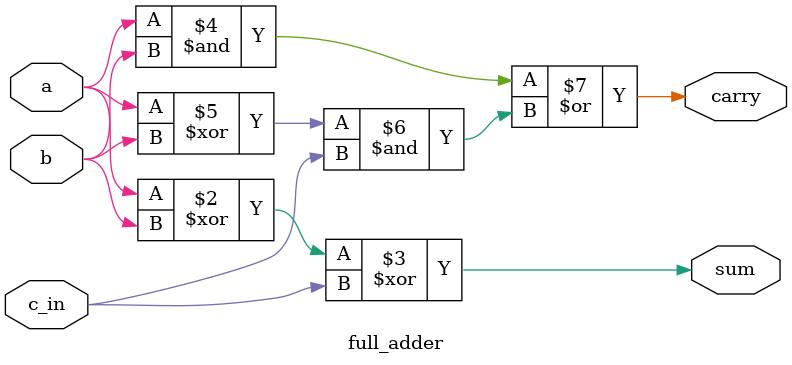
<source format=v>
module full_adder (output reg  sum,output reg carry, input a,b,c_in);
  always@(a,b,c_in)
  begin 
    sum <= a^b^c_in;
    carry <= ((a&b)| ((a^b)&c_in));
  end
endmodule 
</source>
